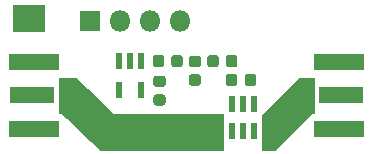
<source format=gts>
G04 #@! TF.GenerationSoftware,KiCad,Pcbnew,5.1.6-c6e7f7d~86~ubuntu18.04.1*
G04 #@! TF.CreationDate,2020-07-08T22:54:29-04:00*
G04 #@! TF.ProjectId,rf-detector,72662d64-6574-4656-9374-6f722e6b6963,rev?*
G04 #@! TF.SameCoordinates,Original*
G04 #@! TF.FileFunction,Soldermask,Top*
G04 #@! TF.FilePolarity,Negative*
%FSLAX46Y46*%
G04 Gerber Fmt 4.6, Leading zero omitted, Abs format (unit mm)*
G04 Created by KiCad (PCBNEW 5.1.6-c6e7f7d~86~ubuntu18.04.1) date 2020-07-08 22:54:29*
%MOMM*%
%LPD*%
G01*
G04 APERTURE LIST*
%ADD10C,0.100000*%
%ADD11R,0.608000X1.319200*%
%ADD12R,1.800000X1.800000*%
%ADD13O,1.800000X1.800000*%
%ADD14R,0.608000X1.370000*%
%ADD15R,4.300000X1.450000*%
%ADD16R,3.700000X1.370000*%
G04 APERTURE END LIST*
D10*
G36*
X99950000Y-89517000D02*
G01*
X97300000Y-89517000D01*
X97300000Y-87307000D01*
X99950000Y-87307000D01*
X99950000Y-89517000D01*
G37*
X99950000Y-89517000D02*
X97300000Y-89517000D01*
X97300000Y-87307000D01*
X99950000Y-87307000D01*
X99950000Y-89517000D01*
G36*
X122800000Y-96500000D02*
G01*
X122600000Y-96500000D01*
X119500000Y-99600000D01*
X118400000Y-99600000D01*
X118400000Y-96700000D01*
X121600000Y-93500000D01*
X122800000Y-93500000D01*
X122800000Y-96500000D01*
G37*
X122800000Y-96500000D02*
X122600000Y-96500000D01*
X119500000Y-99600000D01*
X118400000Y-99600000D01*
X118400000Y-96700000D01*
X121600000Y-93500000D01*
X122800000Y-93500000D01*
X122800000Y-96500000D01*
G36*
X105800000Y-96600000D02*
G01*
X105400000Y-99600000D01*
X104700000Y-99600000D01*
X104600000Y-99500000D01*
X102000000Y-97100000D01*
X101400000Y-96500000D01*
X101200000Y-96500000D01*
X101200000Y-93500000D01*
X102600000Y-93500000D01*
X105800000Y-96600000D01*
G37*
X105800000Y-96600000D02*
X105400000Y-99600000D01*
X104700000Y-99600000D01*
X104600000Y-99500000D01*
X102000000Y-97100000D01*
X101400000Y-96500000D01*
X101200000Y-96500000D01*
X101200000Y-93500000D01*
X102600000Y-93500000D01*
X105800000Y-96600000D01*
G36*
X115100000Y-99600000D02*
G01*
X105400000Y-99600000D01*
X105400000Y-96600000D01*
X115100000Y-96600000D01*
X115100000Y-99600000D01*
G37*
X115100000Y-99600000D02*
X105400000Y-99600000D01*
X105400000Y-96600000D01*
X115100000Y-96600000D01*
X115100000Y-99600000D01*
G04 #@! TO.C,C2*
G36*
G01*
X109418750Y-93325000D02*
X109981250Y-93325000D01*
G75*
G02*
X110225000Y-93568750I0J-243750D01*
G01*
X110225000Y-94056250D01*
G75*
G02*
X109981250Y-94300000I-243750J0D01*
G01*
X109418750Y-94300000D01*
G75*
G02*
X109175000Y-94056250I0J243750D01*
G01*
X109175000Y-93568750D01*
G75*
G02*
X109418750Y-93325000I243750J0D01*
G01*
G37*
G36*
G01*
X109418750Y-94900000D02*
X109981250Y-94900000D01*
G75*
G02*
X110225000Y-95143750I0J-243750D01*
G01*
X110225000Y-95631250D01*
G75*
G02*
X109981250Y-95875000I-243750J0D01*
G01*
X109418750Y-95875000D01*
G75*
G02*
X109175000Y-95631250I0J243750D01*
G01*
X109175000Y-95143750D01*
G75*
G02*
X109418750Y-94900000I243750J0D01*
G01*
G37*
G04 #@! TD*
D11*
G04 #@! TO.C,U2*
X108139800Y-92080800D03*
X107200000Y-92080800D03*
X106260200Y-92080800D03*
X106260200Y-94519200D03*
X108139800Y-94519200D03*
G04 #@! TD*
D12*
G04 #@! TO.C,J3*
X103780000Y-88710000D03*
D13*
X106320000Y-88710000D03*
X108860000Y-88710000D03*
X111400000Y-88710000D03*
G04 #@! TD*
G04 #@! TO.C,C1*
G36*
G01*
X109125000Y-92381250D02*
X109125000Y-91818750D01*
G75*
G02*
X109368750Y-91575000I243750J0D01*
G01*
X109856250Y-91575000D01*
G75*
G02*
X110100000Y-91818750I0J-243750D01*
G01*
X110100000Y-92381250D01*
G75*
G02*
X109856250Y-92625000I-243750J0D01*
G01*
X109368750Y-92625000D01*
G75*
G02*
X109125000Y-92381250I0J243750D01*
G01*
G37*
G36*
G01*
X110700000Y-92381250D02*
X110700000Y-91818750D01*
G75*
G02*
X110943750Y-91575000I243750J0D01*
G01*
X111431250Y-91575000D01*
G75*
G02*
X111675000Y-91818750I0J-243750D01*
G01*
X111675000Y-92381250D01*
G75*
G02*
X111431250Y-92625000I-243750J0D01*
G01*
X110943750Y-92625000D01*
G75*
G02*
X110700000Y-92381250I0J243750D01*
G01*
G37*
G04 #@! TD*
G04 #@! TO.C,R1*
G36*
G01*
X115325000Y-93981250D02*
X115325000Y-93418750D01*
G75*
G02*
X115568750Y-93175000I243750J0D01*
G01*
X116056250Y-93175000D01*
G75*
G02*
X116300000Y-93418750I0J-243750D01*
G01*
X116300000Y-93981250D01*
G75*
G02*
X116056250Y-94225000I-243750J0D01*
G01*
X115568750Y-94225000D01*
G75*
G02*
X115325000Y-93981250I0J243750D01*
G01*
G37*
G36*
G01*
X116900000Y-93981250D02*
X116900000Y-93418750D01*
G75*
G02*
X117143750Y-93175000I243750J0D01*
G01*
X117631250Y-93175000D01*
G75*
G02*
X117875000Y-93418750I0J-243750D01*
G01*
X117875000Y-93981250D01*
G75*
G02*
X117631250Y-94225000I-243750J0D01*
G01*
X117143750Y-94225000D01*
G75*
G02*
X116900000Y-93981250I0J243750D01*
G01*
G37*
G04 #@! TD*
G04 #@! TO.C,R3*
G36*
G01*
X113745000Y-92381250D02*
X113745000Y-91818750D01*
G75*
G02*
X113988750Y-91575000I243750J0D01*
G01*
X114476250Y-91575000D01*
G75*
G02*
X114720000Y-91818750I0J-243750D01*
G01*
X114720000Y-92381250D01*
G75*
G02*
X114476250Y-92625000I-243750J0D01*
G01*
X113988750Y-92625000D01*
G75*
G02*
X113745000Y-92381250I0J243750D01*
G01*
G37*
G36*
G01*
X115320000Y-92381250D02*
X115320000Y-91818750D01*
G75*
G02*
X115563750Y-91575000I243750J0D01*
G01*
X116051250Y-91575000D01*
G75*
G02*
X116295000Y-91818750I0J-243750D01*
G01*
X116295000Y-92381250D01*
G75*
G02*
X116051250Y-92625000I-243750J0D01*
G01*
X115563750Y-92625000D01*
G75*
G02*
X115320000Y-92381250I0J243750D01*
G01*
G37*
G04 #@! TD*
G04 #@! TO.C,R4*
G36*
G01*
X112981250Y-92600000D02*
X112418750Y-92600000D01*
G75*
G02*
X112175000Y-92356250I0J243750D01*
G01*
X112175000Y-91868750D01*
G75*
G02*
X112418750Y-91625000I243750J0D01*
G01*
X112981250Y-91625000D01*
G75*
G02*
X113225000Y-91868750I0J-243750D01*
G01*
X113225000Y-92356250D01*
G75*
G02*
X112981250Y-92600000I-243750J0D01*
G01*
G37*
G36*
G01*
X112981250Y-94175000D02*
X112418750Y-94175000D01*
G75*
G02*
X112175000Y-93931250I0J243750D01*
G01*
X112175000Y-93443750D01*
G75*
G02*
X112418750Y-93200000I243750J0D01*
G01*
X112981250Y-93200000D01*
G75*
G02*
X113225000Y-93443750I0J-243750D01*
G01*
X113225000Y-93931250D01*
G75*
G02*
X112981250Y-94175000I-243750J0D01*
G01*
G37*
G04 #@! TD*
D14*
G04 #@! TO.C,U1*
X116760200Y-98000000D03*
X115820400Y-98000000D03*
X117700000Y-98000000D03*
X117700000Y-95714000D03*
X116760200Y-95714000D03*
X115820400Y-95714000D03*
G04 #@! TD*
D15*
G04 #@! TO.C,J1*
X99100000Y-92175000D03*
X99100000Y-97825000D03*
D16*
X98900000Y-95000000D03*
G04 #@! TD*
G04 #@! TO.C,J2*
X125100000Y-95000000D03*
D15*
X124900000Y-92175000D03*
X124900000Y-97825000D03*
G04 #@! TD*
M02*

</source>
